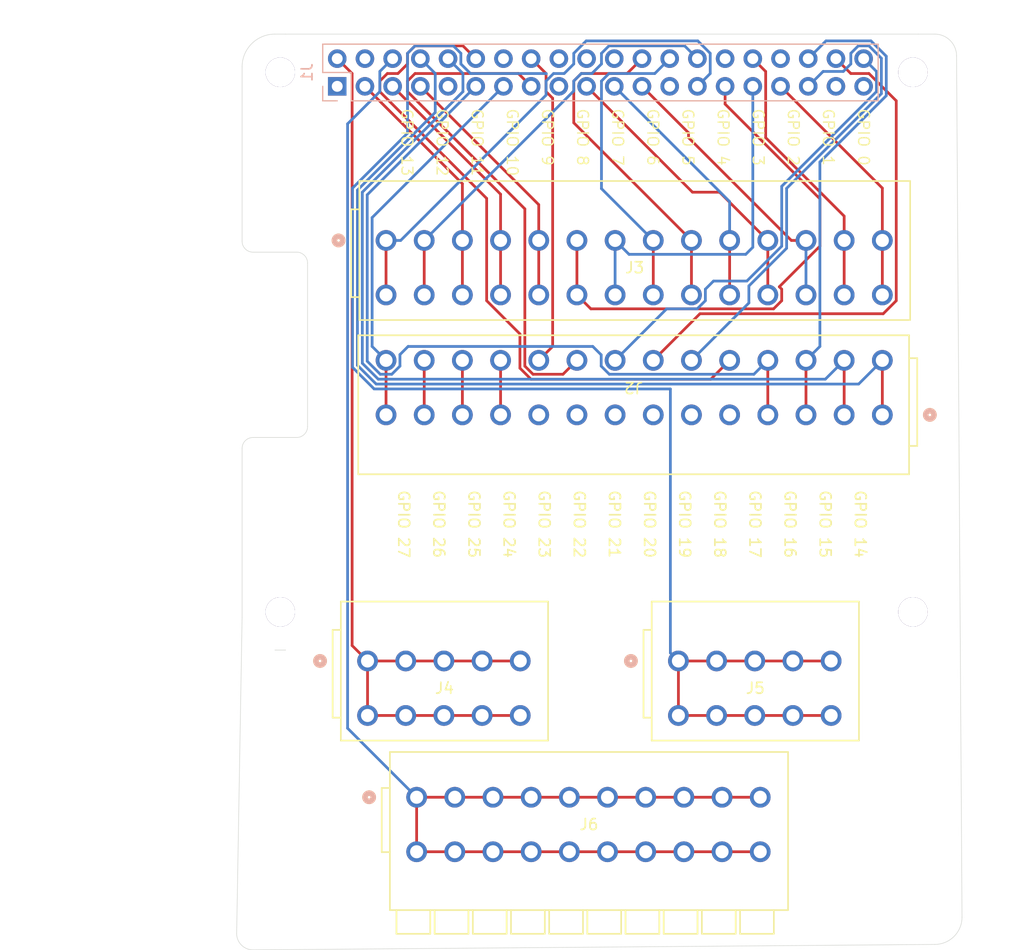
<source format=kicad_pcb>
(kicad_pcb (version 20240108) (generator "pcbnew") (generator_version "8.0")
  (layers (0 "F.Cu" signal) (31 "B.Cu" signal) (34 "B.Paste" user) (35 "F.Paste" user) (36 "B.SilkS" user "B.Silkscreen") (37 "F.SilkS" user "F.Silkscreen") (38 "B.Mask" user) (39 "F.Mask" user) (44 "Edge.Cuts" user))
  (net 0 "")
  (net 1 "Net-(J1-GPIO21{slash}SCLK1)")
  (net 2 "Net-(J1-GPIO22)")
  (net 3 "Net-(J1-GPIO14{slash}TXD)")
  (net 4 "Net-(J1-SCLK0{slash}GPIO11)")
  (net 5 "Net-(J1-MISO0{slash}GPIO9)")
  (net 6 "Net-(J1-~{CE1}{slash}GPIO7)")
  (net 7 "Net-(J1-MOSI0{slash}GPIO10)")
  (net 8 "Net-(J1-ID_SC{slash}GPIO1)")
  (net 9 "Net-(J1-GCLK2{slash}GPIO6)")
  (net 10 "Net-(J1-GPIO27)")
  (net 11 "Net-(J1-GPIO19{slash}MISO1)")
  (net 12 "Net-(J1-PWM0{slash}GPIO12)")
  (net 13 "Net-(J1-GPIO15{slash}RXD)")
  (net 14 "Net-(J1-GPIO26)")
  (net 15 "Net-(J1-GPIO24)")
  (net 16 "Net-(J1-SDA{slash}GPIO2)")
  (net 17 "Net-(J1-~{CE0}{slash}GPIO8)")
  (net 18 "Net-(J1-GCLK0{slash}GPIO4)")
  (net 19 "Net-(J1-SCL{slash}GPIO3)")
  (net 20 "Net-(J1-GPIO16)")
  (net 21 "Net-(J1-GPIO17)")
  (net 22 "Net-(J1-GPIO20{slash}MOSI1)")
  (net 23 "Net-(J1-GPIO25)")
  (net 24 "Net-(J1-ID_SD{slash}GPIO0)")
  (net 25 "Net-(J1-GCLK1{slash}GPIO5)")
  (net 26 "Net-(J1-GPIO18{slash}PWM0)")
  (net 27 "Net-(J1-PWM1{slash}GPIO13)")
  (net 28 "Net-(J1-GPIO23)")
  (net 29 "Net-(J5-1_1)")
  (net 30 "Net-(J4-1_1)")
  (net 31 "Net-(J6-10_1)")
  (footprint "MountingHole:MountingHole_2.7mm_M2.5" (layer "F.Cu") (at 80.5 108.5)
    (property "Reference" "REF**" (hide yes))
    (property "Value" "MountingHole_2.7mm_M2.5")
    (pad "1" thru_hole circle (at 0 0) (size 2.7 2.7) (drill 2.7) (layers "*.Cu" "*.Mask"))
  )
  (footprint "MountingHole:MountingHole_2.7mm_M2.5" (layer "F.Cu") (at 138.5 108.5)
    (property "Reference" "REF**" (hide yes))
    (property "Value" "MountingHole_2.7mm_M2.5")
    (pad "1" thru_hole circle (at 0 0) (size 2.7 2.7) (drill 2.7) (layers "*.Cu" "*.Mask"))
  )
  (footprint "MountingHole:MountingHole_2.7mm_M2.5" (layer "F.Cu") (at 138.5 59)
    (property "Reference" "REF**" (hide yes))
    (property "Value" "MountingHole_2.7mm_M2.5")
    (pad "1" thru_hole circle (at 0 0) (size 2.7 2.7) (drill 2.7) (layers "*.Cu" "*.Mask"))
  )
  (footprint "wago_terms:CONN10_2601-1110_WAG" (layer "F.Cu") (at 92.999991 125.5)
    (property "Reference" "J6" (at 15.800005 2.5 0) (layer "F.SilkS"))
    (property "Value" "2601-1110")
    (fp_circle (center -4.354998 0) (end -3.973998 0) (stroke (width 0.508)) (fill none) (layer "B.SilkS"))
    (fp_line (start -3.199998 5.034001) (end -3.199998 -0.849998) (stroke (width 0.1524)) (layer "F.SilkS"))
    (fp_line (start -2.449998 -4.149999) (end 34.050007 -4.149999) (stroke (width 0.1524)) (layer "F.SilkS"))
    (fp_line (start -2.449998 10.349999) (end -2.449998 -4.149999) (stroke (width 0.1524)) (layer "F.SilkS"))
    (fp_line (start -2.449998 10.349999) (end 34.050007 10.349999) (stroke (width 0.1524)) (layer "F.SilkS"))
    (fp_line (start -2.449997 -0.849998) (end -3.199998 -0.849998) (stroke (width 0.1524)) (layer "F.SilkS"))
    (fp_line (start -2.449997 5.034001) (end -3.199998 5.034001) (stroke (width 0.1524)) (layer "F.SilkS"))
    (fp_line (start -1.849998 10.35) (end -1.849998 12.524999) (stroke (width 0.1524)) (layer "F.SilkS"))
    (fp_line (start -1.849998 12.524999) (end 1.250001 12.524999) (stroke (width 0.1524)) (layer "F.SilkS"))
    (fp_line (start 1.250001 10.35) (end 1.250001 12.524999) (stroke (width 0.1524)) (layer "F.SilkS"))
    (fp_line (start 1.650002 10.35) (end 1.650002 12.524999) (stroke (width 0.1524)) (layer "F.SilkS"))
    (fp_line (start 1.650002 12.524999) (end 4.750001 12.524999) (stroke (width 0.1524)) (layer "F.SilkS"))
    (fp_line (start 4.750001 10.35) (end 4.750001 12.524999) (stroke (width 0.1524)) (layer "F.SilkS"))
    (fp_line (start 5.150003 10.35) (end 5.150003 12.524999) (stroke (width 0.1524)) (layer "F.SilkS"))
    (fp_line (start 5.150003 12.524999) (end 8.250002 12.524999) (stroke (width 0.1524)) (layer "F.SilkS"))
    (fp_line (start 8.250002 10.35) (end 8.250002 12.524999) (stroke (width 0.1524)) (layer "F.SilkS"))
    (fp_line (start 8.650004 10.35) (end 8.650004 12.524999) (stroke (width 0.1524)) (layer "F.SilkS"))
    (fp_line (start 8.650004 12.524999) (end 11.750003 12.524999) (stroke (width 0.1524)) (layer "F.SilkS"))
    (fp_line (start 11.750003 10.35) (end 11.750003 12.524999) (stroke (width 0.1524)) (layer "F.SilkS"))
    (fp_line (start 12.150004 10.35) (end 12.150004 12.524999) (stroke (width 0.1524)) (layer "F.SilkS"))
    (fp_line (start 12.150004 12.524999) (end 15.250003 12.524999) (stroke (width 0.1524)) (layer "F.SilkS"))
    (fp_line (start 15.250003 10.35) (end 15.250003 12.524999) (stroke (width 0.1524)) (layer "F.SilkS"))
    (fp_line (start 15.650005 10.35) (end 15.650005 12.524999) (stroke (width 0.1524)) (layer "F.SilkS"))
    (fp_line (start 15.650005 12.524999) (end 18.750004 12.524999) (stroke (width 0.1524)) (layer "F.SilkS"))
    (fp_line (start 18.750004 10.35) (end 18.750004 12.524999) (stroke (width 0.1524)) (layer "F.SilkS"))
    (fp_line (start 19.150005 10.35) (end 19.150005 12.524999) (stroke (width 0.1524)) (layer "F.SilkS"))
    (fp_line (start 19.150005 12.524999) (end 22.250004 12.524999) (stroke (width 0.1524)) (layer "F.SilkS"))
    (fp_line (start 22.250004 10.35) (end 22.250004 12.524999) (stroke (width 0.1524)) (layer "F.SilkS"))
    (fp_line (start 22.650006 10.35) (end 22.650006 12.524999) (stroke (width 0.1524)) (layer "F.SilkS"))
    (fp_line (start 22.650006 12.524999) (end 25.750005 12.524999) (stroke (width 0.1524)) (layer "F.SilkS"))
    (fp_line (start 25.750005 10.35) (end 25.750005 12.524999) (stroke (width 0.1524)) (layer "F.SilkS"))
    (fp_line (start 26.150007 10.35) (end 26.150007 12.524999) (stroke (width 0.1524)) (layer "F.SilkS"))
    (fp_line (start 26.150007 12.524999) (end 29.250006 12.524999) (stroke (width 0.1524)) (layer "F.SilkS"))
    (fp_line (start 29.250006 10.35) (end 29.250006 12.524999) (stroke (width 0.1524)) (layer "F.SilkS"))
    (fp_line (start 29.650007 10.35) (end 29.650007 12.524999) (stroke (width 0.1524)) (layer "F.SilkS"))
    (fp_line (start 29.650007 12.524999) (end 32.750006 12.524999) (stroke (width 0.1524)) (layer "F.SilkS"))
    (fp_line (start 32.750009 10.35) (end 32.750009 12.524999) (stroke (width 0.1524)) (layer "F.SilkS"))
    (fp_line (start 34.050007 -4.149999) (end 34.050007 10.349999) (stroke (width 0.1524)) (layer "F.SilkS"))
    (fp_circle (center -4.354998 0) (end -3.973998 0) (stroke (width 0.508)) (fill none) (layer "F.SilkS"))
    (pad "1" thru_hole circle (at 0 0) (size 1.9 1.9) (drill 1.2) (layers "*.Cu" "*.Mask") (net 31 "Net-(J6-10_1)"))
    (pad "2" thru_hole circle (at 0 5) (size 1.9 1.9) (drill 1.2) (layers "*.Cu" "*.Mask") (net 31 "Net-(J6-10_1)"))
    (pad "3" thru_hole circle (at 3.500001 0) (size 1.9 1.9) (drill 1.2) (layers "*.Cu" "*.Mask") (net 31 "Net-(J6-10_1)"))
    (pad "4" thru_hole circle (at 3.500001 5) (size 1.9 1.9) (drill 1.2) (layers "*.Cu" "*.Mask") (net 31 "Net-(J6-10_1)"))
    (pad "5" thru_hole circle (at 7.000002 0) (size 1.9 1.9) (drill 1.2) (layers "*.Cu" "*.Mask") (net 31 "Net-(J6-10_1)"))
    (pad "6" thru_hole circle (at 7.000002 5) (size 1.9 1.9) (drill 1.2) (layers "*.Cu" "*.Mask") (net 31 "Net-(J6-10_1)"))
    (pad "7" thru_hole circle (at 10.500002 0) (size 1.9 1.9) (drill 1.2) (layers "*.Cu" "*.Mask") (net 31 "Net-(J6-10_1)"))
    (pad "8" thru_hole circle (at 10.500002 5) (size 1.9 1.9) (drill 1.2) (layers "*.Cu" "*.Mask") (net 31 "Net-(J6-10_1)"))
    (pad "9" thru_hole circle (at 14.000006 0) (size 1.9 1.9) (drill 1.2) (layers "*.Cu" "*.Mask") (net 31 "Net-(J6-10_1)"))
    (pad "10" thru_hole circle (at 14.000006 5) (size 1.9 1.9) (drill 1.2) (layers "*.Cu" "*.Mask") (net 31 "Net-(J6-10_1)"))
    (pad "11" thru_hole circle (at 17.500006 0) (size 1.9 1.9) (drill 1.2) (layers "*.Cu" "*.Mask") (net 31 "Net-(J6-10_1)"))
    (pad "12" thru_hole circle (at 17.500006 5) (size 1.9 1.9) (drill 1.2) (layers "*.Cu" "*.Mask") (net 31 "Net-(J6-10_1)"))
    (pad "13" thru_hole circle (at 21.000007 0) (size 1.9 1.9) (drill 1.2) (layers "*.Cu" "*.Mask") (net 31 "Net-(J6-10_1)"))
    (pad "14" thru_hole circle (at 21.000007 5) (size 1.9 1.9) (drill 1.2) (layers "*.Cu" "*.Mask") (net 31 "Net-(J6-10_1)"))
    (pad "15" thru_hole circle (at 24.500007 0) (size 1.9 1.9) (drill 1.2) (layers "*.Cu" "*.Mask") (net 31 "Net-(J6-10_1)"))
    (pad "16" thru_hole circle (at 24.500007 5) (size 1.9 1.9) (drill 1.2) (layers "*.Cu" "*.Mask") (net 31 "Net-(J6-10_1)"))
    (pad "17" thru_hole circle (at 28.000008 0) (size 1.9 1.9) (drill 1.2) (layers "*.Cu" "*.Mask") (net 31 "Net-(J6-10_1)"))
    (pad "18" thru_hole circle (at 28.000008 5) (size 1.9 1.9) (drill 1.2) (layers "*.Cu" "*.Mask") (net 31 "Net-(J6-10_1)"))
    (pad "19" thru_hole circle (at 31.500009 0) (size 1.9 1.9) (drill 1.2) (layers "*.Cu" "*.Mask") (net 31 "Net-(J6-10_1)"))
    (pad "20" thru_hole circle (at 31.500009 5) (size 1.9 1.9) (drill 1.2) (layers "*.Cu" "*.Mask") (net 31 "Net-(J6-10_1)"))
  )
  (footprint "wago_terms:CONN14_2601-3114_WAG" (layer "F.Cu") (at 90.195094 74.425001)
    (property "Reference" "J3" (at 22.800002 2.5 0) (layer "F.SilkS"))
    (property "Value" "2601-3114")
    (fp_circle (center -4.354998 0) (end -3.973998 0) (stroke (width 0.508)) (fill none) (layer "B.SilkS"))
    (fp_line (start -3.199997 5.2) (end -3.199997 -2.849999) (stroke (width 0.1524)) (layer "F.SilkS"))
    (fp_line (start -2.449996 -5.449999) (end 48.050002 -5.449999) (stroke (width 0.1524)) (layer "F.SilkS"))
    (fp_line (start -2.449996 -2.849999) (end -3.199997 -2.849999) (stroke (width 0.1524)) (layer "F.SilkS"))
    (fp_line (start -2.449996 5.2) (end -3.199997 5.2) (stroke (width 0.1524)) (layer "F.SilkS"))
    (fp_line (start -2.449996 7.300001) (end -2.449996 -5.449999) (stroke (width 0.1524)) (layer "F.SilkS"))
    (fp_line (start -2.449996 7.300001) (end 48.050002 7.300001) (stroke (width 0.1524)) (layer "F.SilkS"))
    (fp_line (start 48.050002 -5.449999) (end 48.050002 7.300001) (stroke (width 0.1524)) (layer "F.SilkS"))
    (fp_circle (center -4.354998 0) (end -3.973998 0) (stroke (width 0.508)) (fill none) (layer "F.SilkS"))
    (pad "1" thru_hole circle (at 0 0) (size 1.9 1.9) (drill 1.2) (layers "*.Cu" "*.Mask") (net 24 "Net-(J1-ID_SD{slash}GPIO0)"))
    (pad "2" thru_hole circle (at 0 5) (size 1.9 1.9) (drill 1.2) (layers "*.Cu" "*.Mask") (net 24 "Net-(J1-ID_SD{slash}GPIO0)"))
    (pad "3" thru_hole circle (at 3.5 0) (size 1.9 1.9) (drill 1.2) (layers "*.Cu" "*.Mask") (net 8 "Net-(J1-ID_SC{slash}GPIO1)"))
    (pad "4" thru_hole circle (at 3.5 5) (size 1.9 1.9) (drill 1.2) (layers "*.Cu" "*.Mask") (net 8 "Net-(J1-ID_SC{slash}GPIO1)"))
    (pad "5" thru_hole circle (at 7.000001 0) (size 1.9 1.9) (drill 1.2) (layers "*.Cu" "*.Mask") (net 16 "Net-(J1-SDA{slash}GPIO2)"))
    (pad "6" thru_hole circle (at 7.000001 5) (size 1.9 1.9) (drill 1.2) (layers "*.Cu" "*.Mask") (net 16 "Net-(J1-SDA{slash}GPIO2)"))
    (pad "7" thru_hole circle (at 10.500001 0) (size 1.9 1.9) (drill 1.2) (layers "*.Cu" "*.Mask") (net 19 "Net-(J1-SCL{slash}GPIO3)"))
    (pad "8" thru_hole circle (at 10.500001 5) (size 1.9 1.9) (drill 1.2) (layers "*.Cu" "*.Mask") (net 19 "Net-(J1-SCL{slash}GPIO3)"))
    (pad "9" thru_hole circle (at 14.000002 0) (size 1.9 1.9) (drill 1.2) (layers "*.Cu" "*.Mask") (net 18 "Net-(J1-GCLK0{slash}GPIO4)"))
    (pad "10" thru_hole circle (at 14.000002 5) (size 1.9 1.9) (drill 1.2) (layers "*.Cu" "*.Mask") (net 18 "Net-(J1-GCLK0{slash}GPIO4)"))
    (pad "11" thru_hole circle (at 17.500003 0) (size 1.9 1.9) (drill 1.2) (layers "*.Cu" "*.Mask") (net 25 "Net-(J1-GCLK1{slash}GPIO5)"))
    (pad "12" thru_hole circle (at 17.500003 5) (size 1.9 1.9) (drill 1.2) (layers "*.Cu" "*.Mask") (net 25 "Net-(J1-GCLK1{slash}GPIO5)"))
    (pad "13" thru_hole circle (at 21.000003 0) (size 1.9 1.9) (drill 1.2) (layers "*.Cu" "*.Mask") (net 9 "Net-(J1-GCLK2{slash}GPIO6)"))
    (pad "14" thru_hole circle (at 21.000003 5) (size 1.9 1.9) (drill 1.2) (layers "*.Cu" "*.Mask") (net 9 "Net-(J1-GCLK2{slash}GPIO6)"))
    (pad "15" thru_hole circle (at 24.500004 0) (size 1.9 1.9) (drill 1.2) (layers "*.Cu" "*.Mask") (net 6 "Net-(J1-~{CE1}{slash}GPIO7)"))
    (pad "16" thru_hole circle (at 24.500004 5) (size 1.9 1.9) (drill 1.2) (layers "*.Cu" "*.Mask") (net 6 "Net-(J1-~{CE1}{slash}GPIO7)"))
    (pad "17" thru_hole circle (at 28.000004 0) (size 1.9 1.9) (drill 1.2) (layers "*.Cu" "*.Mask") (net 17 "Net-(J1-~{CE0}{slash}GPIO8)"))
    (pad "18" thru_hole circle (at 28.000004 5) (size 1.9 1.9) (drill 1.2) (layers "*.Cu" "*.Mask") (net 17 "Net-(J1-~{CE0}{slash}GPIO8)"))
    (pad "19" thru_hole circle (at 31.500005 0) (size 1.9 1.9) (drill 1.2) (layers "*.Cu" "*.Mask") (net 5 "Net-(J1-MISO0{slash}GPIO9)"))
    (pad "20" thru_hole circle (at 31.500005 5) (size 1.9 1.9) (drill 1.2) (layers "*.Cu" "*.Mask") (net 5 "Net-(J1-MISO0{slash}GPIO9)"))
    (pad "21" thru_hole circle (at 35.000006 0) (size 1.9 1.9) (drill 1.2) (layers "*.Cu" "*.Mask") (net 7 "Net-(J1-MOSI0{slash}GPIO10)"))
    (pad "22" thru_hole circle (at 35.000006 5) (size 1.9 1.9) (drill 1.2) (layers "*.Cu" "*.Mask") (net 7 "Net-(J1-MOSI0{slash}GPIO10)"))
    (pad "23" thru_hole circle (at 38.500006 0) (size 1.9 1.9) (drill 1.2) (layers "*.Cu" "*.Mask") (net 4 "Net-(J1-SCLK0{slash}GPIO11)"))
    (pad "24" thru_hole circle (at 38.500006 5) (size 1.9 1.9) (drill 1.2) (layers "*.Cu" "*.Mask") (net 4 "Net-(J1-SCLK0{slash}GPIO11)"))
    (pad "25" thru_hole circle (at 42.000007 0) (size 1.9 1.9) (drill 1.2) (layers "*.Cu" "*.Mask") (net 12 "Net-(J1-PWM0{slash}GPIO12)"))
    (pad "26" thru_hole circle (at 42.000007 5) (size 1.9 1.9) (drill 1.2) (layers "*.Cu" "*.Mask") (net 12 "Net-(J1-PWM0{slash}GPIO12)"))
    (pad "27" thru_hole circle (at 45.500008 0) (size 1.9 1.9) (drill 1.2) (layers "*.Cu" "*.Mask") (net 27 "Net-(J1-PWM1{slash}GPIO13)"))
    (pad "28" thru_hole circle (at 45.500008 5) (size 1.9 1.9) (drill 1.2) (layers "*.Cu" "*.Mask") (net 27 "Net-(J1-PWM1{slash}GPIO13)"))
  )
  (footprint "wago_terms:CONN5_2601-3105_WAG" (layer "F.Cu") (at 116.999998 113)
    (property "Reference" "J5" (at 7.050001 2.5 0) (layer "F.SilkS"))
    (property "Value" "3V_Connect")
    (fp_circle (center -4.354999 0) (end -3.973999 0) (stroke (width 0.508)) (fill none) (layer "B.SilkS"))
    (fp_line (start -3.199998 5.2) (end -3.199998 -2.849999) (stroke (width 0.1524)) (layer "F.SilkS"))
    (fp_line (start -2.449999 -5.449999) (end 16.55 -5.449999) (stroke (width 0.1524)) (layer "F.SilkS"))
    (fp_line (start -2.449999 7.300001) (end -2.449999 -5.449999) (stroke (width 0.1524)) (layer "F.SilkS"))
    (fp_line (start -2.449999 7.300001) (end 16.55 7.300001) (stroke (width 0.1524)) (layer "F.SilkS"))
    (fp_line (start -2.449997 -2.849999) (end -3.199998 -2.849999) (stroke (width 0.1524)) (layer "F.SilkS"))
    (fp_line (start -2.449997 5.2) (end -3.199998 5.2) (stroke (width 0.1524)) (layer "F.SilkS"))
    (fp_line (start 16.55 -5.449999) (end 16.55 7.300001) (stroke (width 0.1524)) (layer "F.SilkS"))
    (fp_circle (center -4.354999 0) (end -3.973999 0) (stroke (width 0.508)) (fill none) (layer "F.SilkS"))
    (pad "1" thru_hole circle (at 0 0) (size 1.9 1.9) (drill 1.2) (layers "*.Cu" "*.Mask") (net 29 "Net-(J5-1_1)"))
    (pad "2" thru_hole circle (at 0 5) (size 1.9 1.9) (drill 1.2) (layers "*.Cu" "*.Mask") (net 29 "Net-(J5-1_1)"))
    (pad "3" thru_hole circle (at 3.500001 0) (size 1.9 1.9) (drill 1.2) (layers "*.Cu" "*.Mask") (net 29 "Net-(J5-1_1)"))
    (pad "4" thru_hole circle (at 3.500001 5) (size 1.9 1.9) (drill 1.2) (layers "*.Cu" "*.Mask") (net 29 "Net-(J5-1_1)"))
    (pad "5" thru_hole circle (at 7.000002 0) (size 1.9 1.9) (drill 1.2) (layers "*.Cu" "*.Mask") (net 29 "Net-(J5-1_1)"))
    (pad "6" thru_hole circle (at 7.000002 5) (size 1.9 1.9) (drill 1.2) (layers "*.Cu" "*.Mask") (net 29 "Net-(J5-1_1)"))
    (pad "7" thru_hole circle (at 10.500002 0) (size 1.9 1.9) (drill 1.2) (layers "*.Cu" "*.Mask") (net 29 "Net-(J5-1_1)"))
    (pad "8" thru_hole circle (at 10.500002 5) (size 1.9 1.9) (drill 1.2) (layers "*.Cu" "*.Mask") (net 29 "Net-(J5-1_1)"))
    (pad "9" thru_hole circle (at 14.000003 0) (size 1.9 1.9) (drill 1.2) (layers "*.Cu" "*.Mask") (net 29 "Net-(J5-1_1)"))
    (pad "10" thru_hole circle (at 14.000003 5) (size 1.9 1.9) (drill 1.2) (layers "*.Cu" "*.Mask") (net 29 "Net-(J5-1_1)"))
  )
  (footprint "wago_terms:CONN5_2601-3105_WAG" (layer "F.Cu") (at 88.499998 113)
    (property "Reference" "J4" (at 7.050001 2.5 0) (layer "F.SilkS"))
    (property "Value" "5V_Connect")
    (fp_circle (center -4.354999 0) (end -3.973999 0) (stroke (width 0.508)) (fill none) (layer "B.SilkS"))
    (fp_line (start -3.199998 5.2) (end -3.199998 -2.849999) (stroke (width 0.1524)) (layer "F.SilkS"))
    (fp_line (start -2.449999 -5.449999) (end 16.55 -5.449999) (stroke (width 0.1524)) (layer "F.SilkS"))
    (fp_line (start -2.449999 7.300001) (end -2.449999 -5.449999) (stroke (width 0.1524)) (layer "F.SilkS"))
    (fp_line (start -2.449999 7.300001) (end 16.55 7.300001) (stroke (width 0.1524)) (layer "F.SilkS"))
    (fp_line (start -2.449997 -2.849999) (end -3.199998 -2.849999) (stroke (width 0.1524)) (layer "F.SilkS"))
    (fp_line (start -2.449997 5.2) (end -3.199998 5.2) (stroke (width 0.1524)) (layer "F.SilkS"))
    (fp_line (start 16.55 -5.449999) (end 16.55 7.300001) (stroke (width 0.1524)) (layer "F.SilkS"))
    (fp_circle (center -4.354999 0) (end -3.973999 0) (stroke (width 0.508)) (fill none) (layer "F.SilkS"))
    (pad "1" thru_hole circle (at 0 0) (size 1.9 1.9) (drill 1.2) (layers "*.Cu" "*.Mask") (net 30 "Net-(J4-1_1)"))
    (pad "2" thru_hole circle (at 0 5) (size 1.9 1.9) (drill 1.2) (layers "*.Cu" "*.Mask") (net 30 "Net-(J4-1_1)"))
    (pad "3" thru_hole circle (at 3.500001 0) (size 1.9 1.9) (drill 1.2) (layers "*.Cu" "*.Mask") (net 30 "Net-(J4-1_1)"))
    (pad "4" thru_hole circle (at 3.500001 5) (size 1.9 1.9) (drill 1.2) (layers "*.Cu" "*.Mask") (net 30 "Net-(J4-1_1)"))
    (pad "5" thru_hole circle (at 7.000002 0) (size 1.9 1.9) (drill 1.2) (layers "*.Cu" "*.Mask") (net 30 "Net-(J4-1_1)"))
    (pad "6" thru_hole circle (at 7.000002 5) (size 1.9 1.9) (drill 1.2) (layers "*.Cu" "*.Mask") (net 30 "Net-(J4-1_1)"))
    (pad "7" thru_hole circle (at 10.500002 0) (size 1.9 1.9) (drill 1.2) (layers "*.Cu" "*.Mask") (net 30 "Net-(J4-1_1)"))
    (pad "8" thru_hole circle (at 10.500002 5) (size 1.9 1.9) (drill 1.2) (layers "*.Cu" "*.Mask") (net 30 "Net-(J4-1_1)"))
    (pad "9" thru_hole circle (at 14.000003 0) (size 1.9 1.9) (drill 1.2) (layers "*.Cu" "*.Mask") (net 30 "Net-(J4-1_1)"))
    (pad "10" thru_hole circle (at 14.000003 5) (size 1.9 1.9) (drill 1.2) (layers "*.Cu" "*.Mask") (net 30 "Net-(J4-1_1)"))
  )
  (footprint "wago_terms:CONN14_2601-3114_WAG" (layer "F.Cu") (at 135.695102 90.425001 180)
    (property "Reference" "J2" (at 22.800002 2.5 180) (layer "F.SilkS"))
    (property "Value" "2601-3114")
    (fp_circle (center -4.354998 0) (end -3.973998 0) (stroke (width 0.508)) (fill none) (layer "B.SilkS"))
    (fp_line (start 48.050002 -5.449999) (end 48.050002 7.300001) (stroke (width 0.1524)) (layer "F.SilkS"))
    (fp_line (start -2.449996 7.300001) (end 48.050002 7.300001) (stroke (width 0.1524)) (layer "F.SilkS"))
    (fp_line (start -2.449996 7.300001) (end -2.449996 -5.449999) (stroke (width 0.1524)) (layer "F.SilkS"))
    (fp_line (start -2.449996 5.2) (end -3.199997 5.2) (stroke (width 0.1524)) (layer "F.SilkS"))
    (fp_line (start -2.449996 -2.849999) (end -3.199997 -2.849999) (stroke (width 0.1524)) (layer "F.SilkS"))
    (fp_line (start -2.449996 -5.449999) (end 48.050002 -5.449999) (stroke (width 0.1524)) (layer "F.SilkS"))
    (fp_line (start -3.199997 5.2) (end -3.199997 -2.849999) (stroke (width 0.1524)) (layer "F.SilkS"))
    (fp_circle (center -4.354998 0) (end -3.973998 0) (stroke (width 0.508)) (fill none) (layer "F.SilkS"))
    (pad "1" thru_hole circle (at 0 0 180) (size 1.9 1.9) (drill 1.2) (layers "*.Cu" "*.Mask") (net 3 "Net-(J1-GPIO14{slash}TXD)"))
    (pad "2" thru_hole circle (at 0 5 180) (size 1.9 1.9) (drill 1.2) (layers "*.Cu" "*.Mask") (net 3 "Net-(J1-GPIO14{slash}TXD)"))
    (pad "3" thru_hole circle (at 3.5 0 180) (size 1.9 1.9) (drill 1.2) (layers "*.Cu" "*.Mask") (net 13 "Net-(J1-GPIO15{slash}RXD)"))
    (pad "4" thru_hole circle (at 3.5 5 180) (size 1.9 1.9) (drill 1.2) (layers "*.Cu" "*.Mask") (net 13 "Net-(J1-GPIO15{slash}RXD)"))
    (pad "5" thru_hole circle (at 7.000001 0 180) (size 1.9 1.9) (drill 1.2) (layers "*.Cu" "*.Mask") (net 20 "Net-(J1-GPIO16)"))
    (pad "6" thru_hole circle (at 7.000001 5 180) (size 1.9 1.9) (drill 1.2) (layers "*.Cu" "*.Mask") (net 20 "Net-(J1-GPIO16)"))
    (pad "7" thru_hole circle (at 10.500001 0 180) (size 1.9 1.9) (drill 1.2) (layers "*.Cu" "*.Mask") (net 21 "Net-(J1-GPIO17)"))
    (pad "8" thru_hole circle (at 10.500001 5 180) (size 1.9 1.9) (drill 1.2) (layers "*.Cu" "*.Mask") (net 21 "Net-(J1-GPIO17)"))
    (pad "9" thru_hole circle (at 14.000002 0 180) (size 1.9 1.9) (drill 1.2) (layers "*.Cu" "*.Mask") (net 26 "Net-(J1-GPIO18{slash}PWM0)"))
    (pad "10" thru_hole circle (at 14.000002 5 180) (size 1.9 1.9) (drill 1.2) (layers "*.Cu" "*.Mask") (net 26 "Net-(J1-GPIO18{slash}PWM0)"))
    (pad "11" thru_hole circle (at 17.500003 0 180) (size 1.9 1.9) (drill 1.2) (layers "*.Cu" "*.Mask") (net 11 "Net-(J1-GPIO19{slash}MISO1)"))
    (pad "12" thru_hole circle (at 17.500003 5 180) (size 1.9 1.9) (drill 1.2) (layers "*.Cu" "*.Mask") (net 11 "Net-(J1-GPIO19{slash}MISO1)"))
    (pad "13" thru_hole circle (at 21.000003 0 180) (size 1.9 1.9) (drill 1.2) (layers "*.Cu" "*.Mask") (net 22 "Net-(J1-GPIO20{slash}MOSI1)"))
    (pad "14" thru_hole circle (at 21.000003 5 180) (size 1.9 1.9) (drill 1.2) (layers "*.Cu" "*.Mask") (net 22 "Net-(J1-GPIO20{slash}MOSI1)"))
    (pad "15" thru_hole circle (at 24.500004 0 180) (size 1.9 1.9) (drill 1.2) (layers "*.Cu" "*.Mask") (net 1 "Net-(J1-GPIO21{slash}SCLK1)"))
    (pad "16" thru_hole circle (at 24.500004 5 180) (size 1.9 1.9) (drill 1.2) (layers "*.Cu" "*.Mask") (net 1 "Net-(J1-GPIO21{slash}SCLK1)"))
    (pad "17" thru_hole circle (at 28.000004 0 180) (size 1.9 1.9) (drill 1.2) (layers "*.Cu" "*.Mask") (net 2 "Net-(J1-GPIO22)"))
    (pad "18" thru_hole circle (at 28.000004 5 180) (size 1.9 1.9) (drill 1.2) (layers "*.Cu" "*.Mask") (net 2 "Net-(J1-GPIO22)"))
    (pad "19" thru_hole circle (at 31.500005 0 180) (size 1.9 1.9) (drill 1.2) (layers "*.Cu" "*.Mask") (net 28 "Net-(J1-GPIO23)"))
    (pad "20" thru_hole circle (at 31.500005 5 180) (size 1.9 1.9) (drill 1.2) (layers "*.Cu" "*.Mask") (net 28 "Net-(J1-GPIO23)"))
    (pad "21" thru_hole circle (at 35.000006 0 180) (size 1.9 1.9) (drill 1.2) (layers "*.Cu" "*.Mask") (net 15 "Net-(J1-GPIO24)"))
    (pad "22" thru_hole circle (at 35.000006 5 180) (size 1.9 1.9) (drill 1.2) (layers "*.Cu" "*.Mask") (net 15 "Net-(J1-GPIO24)"))
    (pad "23" thru_hole circle (at 38.500006 0 180) (size 1.9 1.9) (drill 1.2) (layers "*.Cu" "*.Mask") (net 23 "Net-(J1-GPIO25)"))
    (pad "24" thru_hole circle (at 38.500006 5 180) (size 1.9 1.9) (drill 1.2) (layers "*.Cu" "*.Mask") (net 23 "Net-(J1-GPIO25)"))
    (pad "25" thru_hole circle (at 42.000007 0 180) (size 1.9 1.9) (drill 1.2) (layers "*.Cu" "*.Mask") (net 14 "Net-(J1-GPIO26)"))
    (pad "26" thru_hole circle (at 42.000007 5 180) (size 1.9 1.9) (drill 1.2) (layers "*.Cu" "*.Mask") (net 14 "Net-(J1-GPIO26)"))
    (pad "27" thru_hole circle (at 45.500008 0 180) (size 1.9 1.9) (drill 1.2) (layers "*.Cu" "*.Mask") (net 10 "Net-(J1-GPIO27)"))
    (pad "28" thru_hole circle (at 45.500008 5 180) (size 1.9 1.9) (drill 1.2) (layers "*.Cu" "*.Mask") (net 10 "Net-(J1-GPIO27)"))
  )
  (footprint "MountingHole:MountingHole_2.7mm_M2.5" (layer "F.Cu") (at 80.5 59)
    (property "Reference" "REF**" (hide yes))
    (property "Value" "MountingHole_2.7mm_M2.5")
    (pad "1" thru_hole circle (at 0 0) (size 2.7 2.7) (drill 2.7) (layers "*.Cu" "*.Mask"))
  )
  (footprint "Connector_PinSocket_2.54mm:PinSocket_2x20_P2.54mm_Vertical" (layer "B.Cu") (at 85.72 60.29 -90)
    (property "Reference" "J1" (at -1.27 2.77 90) (layer "B.SilkS") (effects (justify mirror)))
    (property "Value" "Raspberry_Pi_2_3")
    (fp_line (start -1.27 1.33) (end -3.87 1.33) (stroke (width 0.12)) (layer "B.SilkS"))
    (fp_line (start 1.33 1.33) (end 0 1.33) (stroke (width 0.12)) (layer "B.SilkS"))
    (fp_line (start 1.33 0) (end 1.33 1.33) (stroke (width 0.12)) (layer "B.SilkS"))
    (fp_line (start -1.27 -1.27) (end -1.27 1.33) (stroke (width 0.12)) (layer "B.SilkS"))
    (fp_line (start 1.33 -1.27) (end -1.27 -1.27) (stroke (width 0.12)) (layer "B.SilkS"))
    (fp_line (start -3.87 -49.59) (end -3.87 1.33) (stroke (width 0.12)) (layer "B.SilkS"))
    (fp_line (start 1.33 -49.59) (end 1.33 -1.27) (stroke (width 0.12)) (layer "B.SilkS"))
    (fp_line (start 1.33 -49.59) (end -3.87 -49.59) (stroke (width 0.12)) (layer "B.SilkS"))
    (pad "1" thru_hole rect (at 0 0 270) (size 1.7 1.7) (drill 1) (layers "*.Cu" "*.Mask") (net 29 "Net-(J5-1_1)"))
    (pad "2" thru_hole oval (at -2.54 0 270) (size 1.7 1.7) (drill 1) (layers "*.Cu" "*.Mask") (net 30 "Net-(J4-1_1)"))
    (pad "3" thru_hole oval (at 0 -2.54 270) (size 1.7 1.7) (drill 1) (layers "*.Cu" "*.Mask") (net 16 "Net-(J1-SDA{slash}GPIO2)"))
    (pad "4" thru_hole oval (at -2.54 -2.54 270) (size 1.7 1.7) (drill 1) (layers "*.Cu" "*.Mask") (net 30 "Net-(J4-1_1)"))
    (pad "5" thru_hole oval (at 0 -5.08 270) (size 1.7 1.7) (drill 1) (layers "*.Cu" "*.Mask") (net 19 "Net-(J1-SCL{slash}GPIO3)"))
    (pad "6" thru_hole oval (at -2.54 -5.08 270) (size 1.7 1.7) (drill 1) (layers "*.Cu" "*.Mask") (net 31 "Net-(J6-10_1)"))
    (pad "7" thru_hole oval (at 0 -7.62 270) (size 1.7 1.7) (drill 1) (layers "*.Cu" "*.Mask") (net 18 "Net-(J1-GCLK0{slash}GPIO4)"))
    (pad "8" thru_hole oval (at -2.54 -7.62 270) (size 1.7 1.7) (drill 1) (layers "*.Cu" "*.Mask") (net 3 "Net-(J1-GPIO14{slash}TXD)"))
    (pad "9" thru_hole oval (at 0 -10.16 270) (size 1.7 1.7) (drill 1) (layers "*.Cu" "*.Mask") (net 31 "Net-(J6-10_1)"))
    (pad "10" thru_hole oval (at -2.54 -10.16 270) (size 1.7 1.7) (drill 1) (layers "*.Cu" "*.Mask") (net 13 "Net-(J1-GPIO15{slash}RXD)"))
    (pad "11" thru_hole oval (at 0 -12.7 270) (size 1.7 1.7) (drill 1) (layers "*.Cu" "*.Mask") (net 21 "Net-(J1-GPIO17)"))
    (pad "12" thru_hole oval (at -2.54 -12.7 270) (size 1.7 1.7) (drill 1) (layers "*.Cu" "*.Mask") (net 26 "Net-(J1-GPIO18{slash}PWM0)"))
    (pad "13" thru_hole oval (at 0 -15.24 270) (size 1.7 1.7) (drill 1) (layers "*.Cu" "*.Mask") (net 10 "Net-(J1-GPIO27)"))
    (pad "14" thru_hole oval (at -2.54 -15.24 270) (size 1.7 1.7) (drill 1) (layers "*.Cu" "*.Mask") (net 31 "Net-(J6-10_1)"))
    (pad "15" thru_hole oval (at 0 -17.78 270) (size 1.7 1.7) (drill 1) (layers "*.Cu" "*.Mask") (net 2 "Net-(J1-GPIO22)"))
    (pad "16" thru_hole oval (at -2.54 -17.78 270) (size 1.7 1.7) (drill 1) (layers "*.Cu" "*.Mask") (net 28 "Net-(J1-GPIO23)"))
    (pad "17" thru_hole oval (at 0 -20.32 270) (size 1.7 1.7) (drill 1) (layers "*.Cu" "*.Mask") (net 29 "Net-(J5-1_1)"))
    (pad "18" thru_hole oval (at -2.54 -20.32 270) (size 1.7 1.7) (drill 1) (layers "*.Cu" "*.Mask") (net 15 "Net-(J1-GPIO24)"))
    (pad "19" thru_hole oval (at 0 -22.86 270) (size 1.7 1.7) (drill 1) (layers "*.Cu" "*.Mask") (net 7 "Net-(J1-MOSI0{slash}GPIO10)"))
    (pad "20" thru_hole oval (at -2.54 -22.86 270) (size 1.7 1.7) (drill 1) (layers "*.Cu" "*.Mask") (net 31 "Net-(J6-10_1)"))
    (pad "21" thru_hole oval (at 0 -25.4 270) (size 1.7 1.7) (drill 1) (layers "*.Cu" "*.Mask") (net 5 "Net-(J1-MISO0{slash}GPIO9)"))
    (pad "22" thru_hole oval (at -2.54 -25.4 270) (size 1.7 1.7) (drill 1) (layers "*.Cu" "*.Mask") (net 23 "Net-(J1-GPIO25)"))
    (pad "23" thru_hole oval (at 0 -27.94 270) (size 1.7 1.7) (drill 1) (layers "*.Cu" "*.Mask") (net 4 "Net-(J1-SCLK0{slash}GPIO11)"))
    (pad "24" thru_hole oval (at -2.54 -27.94 270) (size 1.7 1.7) (drill 1) (layers "*.Cu" "*.Mask") (net 17 "Net-(J1-~{CE0}{slash}GPIO8)"))
    (pad "25" thru_hole oval (at 0 -30.48 270) (size 1.7 1.7) (drill 1) (layers "*.Cu" "*.Mask") (net 31 "Net-(J6-10_1)"))
    (pad "26" thru_hole oval (at -2.54 -30.48 270) (size 1.7 1.7) (drill 1) (layers "*.Cu" "*.Mask") (net 6 "Net-(J1-~{CE1}{slash}GPIO7)"))
    (pad "27" thru_hole oval (at 0 -33.02 270) (size 1.7 1.7) (drill 1) (layers "*.Cu" "*.Mask") (net 24 "Net-(J1-ID_SD{slash}GPIO0)"))
    (pad "28" thru_hole oval (at -2.54 -33.02 270) (size 1.7 1.7) (drill 1) (layers "*.Cu" "*.Mask") (net 8 "Net-(J1-ID_SC{slash}GPIO1)"))
    (pad "29" thru_hole oval (at 0 -35.56 270) (size 1.7 1.7) (drill 1) (layers "*.Cu" "*.Mask") (net 25 "Net-(J1-GCLK1{slash}GPIO5)"))
    (pad "30" thru_hole oval (at -2.54 -35.56 270) (size 1.7 1.7) (drill 1) (layers "*.Cu" "*.Mask") (net 31 "Net-(J6-10_1)"))
    (pad "31" thru_hole oval (at 0 -38.1 270) (size 1.7 1.7) (drill 1) (layers "*.Cu" "*.Mask") (net 9 "Net-(J1-GCLK2{slash}GPIO6)"))
    (pad "32" thru_hole oval (at -2.54 -38.1 270) (size 1.7 1.7) (drill 1) (layers "*.Cu" "*.Mask") (net 12 "Net-(J1-PWM0{slash}GPIO12)"))
    (pad "33" thru_hole oval (at 0 -40.64 270) (size 1.7 1.7) (drill 1) (layers "*.Cu" "*.Mask") (net 27 "Net-(J1-PWM1{slash}GPIO13)"))
    (pad "34" thru_hole oval (at -2.54 -40.64 270) (size 1.7 1.7) (drill 1) (layers "*.Cu" "*.Mask") (net 31 "Net-(J6-10_1)"))
    (pad "35" thru_hole oval (at 0 -43.18 270) (size 1.7 1.7) (drill 1) (layers "*.Cu" "*.Mask") (net 11 "Net-(J1-GPIO19{slash}MISO1)"))
    (pad "36" thru_hole oval (at -2.54 -43.18 270) (size 1.7 1.7) (drill 1) (layers "*.Cu" "*.Mask") (net 20 "Net-(J1-GPIO16)"))
    (pad "37" thru_hole oval (at 0 -45.72 270) (size 1.7 1.7) (drill 1) (layers "*.Cu" "*.Mask") (net 14 "Net-(J1-GPIO26)"))
    (pad "38" thru_hole oval (at -2.54 -45.72 270) (size 1.7 1.7) (drill 1) (layers "*.Cu" "*.Mask") (net 22 "Net-(J1-GPIO20{slash}MOSI1)"))
    (pad "39" thru_hole oval (at 0 -48.26 270) (size 1.7 1.7) (drill 1) (layers "*.Cu" "*.Mask") (net 31 "Net-(J6-10_1)"))
    (pad "40" thru_hole oval (at -2.54 -48.26 270) (size 1.7 1.7) (drill 1) (layers "*.Cu" "*.Mask") (net 1 "Net-(J1-GPIO21{slash}SCLK1)"))
  )
  (gr_line (start 78 75.5) (end 82 75.5) (stroke (width 0.05)) (layer "Edge.Cuts"))
  (gr_line (start 81 55.5) (end 139 55.5) (stroke (width 0.05)) (layer "Edge.Cuts"))
  (gr_arc (start 77 58.5) (mid 77.87868 56.37868) (end 80 55.5) (stroke (width 0.05)) (layer "Edge.Cuts"))
  (gr_line (start 77 74.5) (end 77 58.5) (stroke (width 0.05)) (layer "Edge.Cuts"))
  (gr_line (start 77 109) (end 77 93.5) (stroke (width 0.05)) (layer "Edge.Cuts"))
  (gr_line (start 80 112) (end 81 112) (stroke (width 0.05)) (layer "Edge.Cuts"))
  (gr_line (start 80 55.5) (end 81 55.5) (stroke (width 0.05)) (layer "Edge.Cuts"))
  (gr_arc (start 78 139.5) (mid 76.93934 139.06066) (end 76.5 138) (stroke (width 0.05)) (layer "Edge.Cuts"))
  (gr_arc (start 77 93.5) (mid 77.292893 92.792893) (end 78 92.5) (stroke (width 0.05)) (layer "Edge.Cuts"))
  (gr_line (start 78 92.5) (end 82 92.5) (stroke (width 0.05)) (layer "Edge.Cuts"))
  (gr_line (start 140.5 55.5) (end 139 55.5) (stroke (width 0.05)) (layer "Edge.Cuts"))
  (gr_arc (start 78 75.5) (mid 77.292893 75.207107) (end 77 74.5) (stroke (width 0.05)) (layer "Edge.Cuts"))
  (gr_line (start 76.5 138) (end 77 109) (stroke (width 0.05)) (layer "Edge.Cuts"))
  (gr_arc (start 143 136.5) (mid 142.267767 138.267767) (end 140.5 139) (stroke (width 0.05)) (layer "Edge.Cuts"))
  (gr_line (start 142.5 57.5) (end 143 136.5) (stroke (width 0.05)) (layer "Edge.Cuts"))
  (gr_line (start 140.5 139) (end 78 139.5) (stroke (width 0.05)) (layer "Edge.Cuts"))
  (gr_arc (start 82 75.5) (mid 82.707107 75.792893) (end 83 76.5) (stroke (width 0.05)) (layer "Edge.Cuts"))
  (gr_line (start 83 91.5) (end 83 76.5) (stroke (width 0.05)) (layer "Edge.Cuts"))
  (gr_arc (start 140.5 55.5) (mid 141.914214 56.085786) (end 142.5 57.5) (stroke (width 0.05)) (layer "Edge.Cuts"))
  (gr_arc (start 83 91.5) (mid 82.707107 92.207107) (end 82 92.5) (stroke (width 0.05)) (layer "Edge.Cuts"))
  (gr_text_box "GPIO 0\n\nGPIO 1\n\nGPIO 2\n\nGPIO 3\n\nGPIO 4\n\nGPIO 5\n\nGPIO 6\n\nGPIO 7\n\nGPIO 8\n\nGPIO 9\n\nGPIO 10\n\nGPIO 11\n\nGPIO 12\n\nGPIO 13" (start 135.31 70.2032) (end 88.69 61.5) (angle 270) (layer "F.SilkS") (effects (font (size 1 1) (thickness 0.125)) (justify left top)) (border no))
  (gr_text_box "GPIO 14\n\nGPIO 15\n\nGPIO 16\n\nGPIO 17\n\nGPIO 18\n\nGPIO 19\n\nGPIO 20\n\nGPIO 21\n\nGPIO 22\n\nGPIO 23\n\nGPIO 24\n\nGPIO 25\n\nGPIO 26\n\nGPIO 27" (start 89.9873 96.5) (end 135.0127 111) (angle 270) (layer "F.SilkS") (effects (font (size 1 1)) (justify left top)) (border no))
  (segment (start 118.723221 80.700001) (end 119.470098 79.953124) (width 0.25) (layer "B.Cu") (net 1))
  (segment (start 135.155 58.925) (end 133.98 57.75) (width 0.25) (layer "B.Cu") (net 1))
  (segment (start 119.470098 79.953124) (end 119.470098 78.896878) (width 0.25) (layer "B.Cu") (net 1))
  (segment (start 120.216975 78.150001) (end 123.273223 78.150001) (width 0.25) (layer "B.Cu") (net 1))
  (segment (start 126.4701 69.461601) (end 135.155 60.776701) (width 0.25) (layer "B.Cu") (net 1))
  (segment (start 111.195098 85.425001) (end 115.920098 80.700001) (width 0.25) (layer "B.Cu") (net 1))
  (segment (start 119.470098 78.896878) (end 120.216975 78.150001) (width 0.25) (layer "B.Cu") (net 1))
  (segment (start 126.4701 74.953124) (end 126.4701 69.461601) (width 0.25) (layer "B.Cu") (net 1))
  (segment (start 123.273223 78.150001) (end 126.4701 74.953124) (width 0.25) (layer "B.Cu") (net 1))
  (segment (start 135.155 60.776701) (end 135.155 58.925) (width 0.25) (layer "B.Cu") (net 1))
  (segment (start 115.920098 80.700001) (end 118.723221 80.700001) (width 0.25) (layer "B.Cu") (net 1))
  (segment (start 102.920097 71.531798) (end 92.165 60.776701) (width 0.25) (layer "F.Cu") (net 2))
  (segment (start 102.920097 85.953124) (end 102.920097 71.531798) (width 0.25) (layer "F.Cu") (net 2))
  (segment (start 106.420098 86.700001) (end 103.666974 86.700001) (width 0.25) (layer "F.Cu") (net 2))
  (segment (start 103.666974 86.700001) (end 102.920097 85.953124) (width 0.25) (layer "F.Cu") (net 2))
  (segment (start 102.325 59.115) (end 103.5 60.29) (width 0.25) (layer "F.Cu") (net 2))
  (segment (start 92.165 60.776701) (end 92.165 59.803299) (width 0.25) (layer "F.Cu") (net 2))
  (segment (start 92.853299 59.115) (end 102.325 59.115) (width 0.25) (layer "F.Cu") (net 2))
  (segment (start 107.695098 85.425001) (end 106.420098 86.700001) (width 0.25) (layer "F.Cu") (net 2))
  (segment (start 92.165 59.803299) (end 92.853299 59.115) (width 0.25) (layer "F.Cu") (net 2))
  (segment (start 135.695102 85.425001) (end 135.695102 90.425001) (width 0.25) (layer "F.Cu") (net 3))
  (segment (start 135.695102 85.425001) (end 133.520102 87.600001) (width 0.25) (layer "B.Cu") (net 3))
  (segment (start 94.705 62.680305) (end 94.705 59.115) (width 0.25) (layer "B.Cu") (net 3))
  (segment (start 87.570094 69.815211) (end 94.705 62.680305) (width 0.25) (layer "B.Cu") (net 3))
  (segment (start 133.520102 87.600001) (end 89.294179 87.600001) (width 0.25) (layer "B.Cu") (net 3))
  (segment (start 89.294179 87.600001) (end 87.570094 85.875916) (width 0.25) (layer "B.Cu") (net 3))
  (segment (start 94.705 59.115) (end 93.34 57.75) (width 0.25) (layer "B.Cu") (net 3))
  (segment (start 87.570094 85.875916) (end 87.570094 69.815211) (width 0.25) (layer "B.Cu") (net 3))
  (segment (start 127.351598 74.425001) (end 128.6951 74.425001) (width 0.25) (layer "F.Cu") (net 4))
  (segment (start 117.926597 65) (end 127.351598 74.425001) (width 0.25) (layer "F.Cu") (net 4))
  (segment (start 113.66 60.29) (end 117.926597 64.556597) (width 0.25) (layer "F.Cu") (net 4))
  (segment (start 117.926597 64.556597) (end 117.926597 65) (width 0.25) (layer "F.Cu") (net 4))
  (segment (start 128.6951 74.425001) (end 128.6951 79.425001) (width 0.25) (layer "B.Cu") (net 4))
  (segment (start 121.695099 74.425001) (end 121.695099 79.425001) (width 0.25) (layer "F.Cu") (net 5))
  (segment (start 121.695099 70.865099) (end 111.12 60.29) (width 0.25) (layer "B.Cu") (net 5))
  (segment (start 121.695099 74.425001) (end 121.695099 70.865099) (width 0.25) (layer "B.Cu") (net 5))
  (segment (start 114.695098 74.425001) (end 114.695098 79.425001) (width 0.25) (layer "F.Cu") (net 6))
  (segment (start 110.633299 59.115) (end 114.835 59.115) (width 0.25) (layer "B.Cu") (net 6))
  (segment (start 109.945 69.674903) (end 109.945 59.803299) (width 0.25) (layer "B.Cu") (net 6))
  (segment (start 114.835 59.115) (end 116.2 57.75) (width 0.25) (layer "B.Cu") (net 6))
  (segment (start 109.945 59.803299) (end 110.633299 59.115) (width 0.25) (layer "B.Cu") (net 6))
  (segment (start 114.695098 74.425001) (end 109.945 69.674903) (width 0.25) (layer "B.Cu") (net 6))
  (segment (start 125.1951 74.425001) (end 120.770099 70) (width 0.25) (layer "F.Cu") (net 7))
  (segment (start 120.770099 70) (end 118.29 70) (width 0.25) (layer "F.Cu") (net 7))
  (segment (start 118.29 70) (end 108.58 60.29) (width 0.25) (layer "F.Cu") (net 7))
  (segment (start 125.1951 74.425001) (end 125.1951 79.425001) (width 0.25) (layer "F.Cu") (net 7))
  (segment (start 93.695094 74.425001) (end 93.695094 79.425001) (width 0.25) (layer "F.Cu") (net 8))
  (segment (start 107.405 60.715095) (end 107.405 59.803299) (width 0.25) (layer "B.Cu") (net 8))
  (segment (start 109.945 57.263299) (end 110.633299 56.575) (width 0.25) (layer "B.Cu") (net 8))
  (segment (start 107.405 59.803299) (end 108.093299 59.115) (width 0.25) (layer "B.Cu") (net 8))
  (segment (start 109.066701 59.115) (end 109.945 58.236701) (width 0.25) (layer "B.Cu") (net 8))
  (segment (start 108.093299 59.115) (end 109.066701 59.115) (width 0.25) (layer "B.Cu") (net 8))
  (segment (start 93.695094 74.425001) (end 107.405 60.715095) (width 0.25) (layer "B.Cu") (net 8))
  (segment (start 110.633299 56.575) (end 117.565 56.575) (width 0.25) (layer "B.Cu") (net 8))
  (segment (start 117.565 56.575) (end 118.74 57.75) (width 0.25) (layer "B.Cu") (net 8))
  (segment (start 109.945 58.236701) (end 109.945 57.263299) (width 0.25) (layer "B.Cu") (net 8))
  (segment (start 112.470097 75.700001) (end 123.173223 75.700001) (width 0.25) (layer "B.Cu") (net 9))
  (segment (start 123.82 75.053224) (end 123.82 60.29) (width 0.25) (layer "B.Cu") (net 9))
  (segment (start 123.173223 75.700001) (end 123.82 75.053224) (width 0.25) (layer "B.Cu") (net 9))
  (segment (start 111.195097 74.425001) (end 111.195097 79.425001) (width 0.25) (layer "B.Cu") (net 9))
  (segment (start 111.195097 74.425001) (end 112.470097 75.700001) (width 0.25) (layer "B.Cu") (net 9))
  (segment (start 90.195094 85.425001) (end 90.195094 90.425001) (width 0.25) (layer "F.Cu") (net 10))
  (segment (start 88.920094 84.150001) (end 88.920094 72.329906) (width 0.25) (layer "B.Cu") (net 10))
  (segment (start 90.195094 85.425001) (end 88.920094 84.150001) (width 0.25) (layer "B.Cu") (net 10))
  (segment (start 88.920094 72.329906) (end 100.96 60.29) (width 0.25) (layer "B.Cu") (net 10))
  (segment (start 135.605 57.713299) (end 134.466701 56.575) (width 0.25) (layer "B.Cu") (net 11))
  (segment (start 133.493299 56.575) (end 132.805 57.263299) (width 0.25) (layer "B.Cu") (net 11))
  (segment (start 132.116701 58.925) (end 130.265 58.925) (width 0.25) (layer "B.Cu") (net 11))
  (segment (start 132.805 58.236701) (end 132.116701 58.925) (width 0.25) (layer "B.Cu") (net 11))
  (segment (start 126.9201 69.647997) (end 135.605 60.963097) (width 0.25) (layer "B.Cu") (net 11))
  (segment (start 123.459619 78.600001) (end 126.9201 75.13952) (width 0.25) (layer "B.Cu") (net 11))
  (segment (start 130.265 58.925) (end 128.9 60.29) (width 0.25) (layer "B.Cu") (net 11))
  (segment (start 126.9201 75.13952) (end 126.9201 69.647997) (width 0.25) (layer "B.Cu") (net 11))
  (segment (start 135.605 60.963097) (end 135.605 57.713299) (width 0.25) (layer "B.Cu") (net 11))
  (segment (start 132.805 57.263299) (end 132.805 58.236701) (width 0.25) (layer "B.Cu") (net 11))
  (segment (start 123.459619 80.160481) (end 123.459619 78.600001) (width 0.25) (layer "B.Cu") (net 11))
  (segment (start 134.466701 56.575) (end 133.493299 56.575) (width 0.25) (layer "B.Cu") (net 11))
  (segment (start 118.195099 85.425001) (end 123.459619 80.160481) (width 0.25) (layer "B.Cu") (net 11))
  (segment (start 125 65) (end 125 58.93) (width 0.25) (layer "F.Cu") (net 12))
  (segment (start 132.195101 72.195101) (end 125 65) (width 0.25) (layer "F.Cu") (net 12))
  (segment (start 132.195101 74.425001) (end 132.195101 72.195101) (width 0.25) (layer "F.Cu") (net 12))
  (segment (start 125 58.93) (end 123.82 57.75) (width 0.25) (layer "F.Cu") (net 12))
  (segment (start 132.195101 74.425001) (end 132.195101 79.425001) (width 0.25) (layer "F.Cu") (net 12))
  (segment (start 132.195102 85.425001) (end 132.195102 90.425001) (width 0.25) (layer "F.Cu") (net 13))
  (segment (start 88.020094 70.001607) (end 97.245 60.776701) (width 0.25) (layer "B.Cu") (net 13))
  (segment (start 132.195102 85.425001) (end 130.470102 87.150001) (width 0.25) (layer "B.Cu") (net 13))
  (segment (start 97.245 59.115) (end 95.88 57.75) (width 0.25) (layer "B.Cu") (net 13))
  (segment (start 130.470102 87.150001) (end 89.480575 87.150001) (width 0.25) (layer "B.Cu") (net 13))
  (segment (start 97.245 60.776701) (end 97.245 59.115) (width 0.25) (layer "B.Cu") (net 13))
  (segment (start 88.020094 85.68952) (end 88.020094 70.001607) (width 0.25) (layer "B.Cu") (net 13))
  (segment (start 89.480575 87.150001) (end 88.020094 85.68952) (width 0.25) (layer "B.Cu") (net 13))
  (segment (start 93.695095 85.425001) (end 93.695095 90.425001) (width 0.25) (layer "F.Cu") (net 14))
  (segment (start 100.695096 85.425001) (end 100.695096 90.425001) (width 0.25) (layer "F.Cu") (net 15))
  (segment (start 97.195095 74.425001) (end 97.195095 69.225095) (width 0.25) (layer "F.Cu") (net 16))
  (segment (start 97.195095 74.425001) (end 97.195095 79.425001) (width 0.25) (layer "F.Cu") (net 16))
  (segment (start 97.195095 69.225095) (end 88.26 60.29) (width 0.25) (layer "F.Cu") (net 16))
  (segment (start 107.405 59.803299) (end 108.093299 59.115) (width 0.25) (layer "F.Cu") (net 17))
  (segment (start 107.405 63.634903) (end 107.405 59.803299) (width 0.25) (layer "F.Cu") (net 17))
  (segment (start 118.195098 74.425001) (end 118.195098 79.425001) (width 0.25) (layer "F.Cu") (net 17))
  (segment (start 112.295 59.115) (end 113.66 57.75) (width 0.25) (layer "F.Cu") (net 17))
  (segment (start 118.195098 74.425001) (end 107.405 63.634903) (width 0.25) (layer "F.Cu") (net 17))
  (segment (start 108.093299 59.115) (end 112.295 59.115) (width 0.25) (layer "F.Cu") (net 17))
  (segment (start 104.195096 74.425001) (end 104.195096 79.425001) (width 0.25) (layer "F.Cu") (net 18))
  (segment (start 104.195096 71.145096) (end 93.34 60.29) (width 0.25) (layer "F.Cu") (net 18))
  (segment (start 104.195096 74.425001) (end 104.195096 71.145096) (width 0.25) (layer "F.Cu") (net 18))
  (segment (start 100.695095 74.425001) (end 100.695095 70.185095) (width 0.25) (layer "F.Cu") (net 19))
  (segment (start 100.695095 74.425001) (end 100.695095 79.425001) (width 0.25) (layer "F.Cu") (net 19))
  (segment (start 100.695095 70.185095) (end 90.8 60.29) (width 0.25) (layer "F.Cu") (net 19))
  (segment (start 128.695101 85.425001) (end 128.695101 90.425001) (width 0.25) (layer "F.Cu") (net 20))
  (segment (start 128.695101 85.425001) (end 129.9701 84.150002) (width 0.25) (layer "B.Cu") (net 20))
  (segment (start 134.653097 56.125) (end 130.525 56.125) (width 0.25) (layer "B.Cu") (net 20))
  (segment (start 136.055 57.526903) (end 134.653097 56.125) (width 0.25) (layer "B.Cu") (net 20))
  (segment (start 130.525 56.125) (end 128.9 57.75) (width 0.25) (layer "B.Cu") (net 20))
  (segment (start 129.9701 84.150002) (end 129.9701 67.234393) (width 0.25) (layer "B.Cu") (net 20))
  (segment (start 136.055 61.149493) (end 136.055 57.526903) (width 0.25) (layer "B.Cu") (net 20))
  (segment (start 129.9701 67.234393) (end 136.055 61.149493) (width 0.25) (layer "B.Cu") (net 20))
  (segment (start 125.195101 85.425001) (end 125.195101 90.425001) (width 0.25) (layer "F.Cu") (net 21))
  (segment (start 89.666971 86.700001) (end 88.470094 85.503124) (width 0.25) (layer "B.Cu") (net 21))
  (segment (start 92.216971 84.150001) (end 91.470094 84.896878) (width 0.25) (layer "B.Cu") (net 21))
  (segment (start 125.195101 85.425001) (end 123.920101 86.700001) (width 0.25) (layer "B.Cu") (net 21))
  (segment (start 90.723217 86.700001) (end 89.666971 86.700001) (width 0.25) (layer "B.Cu") (net 21))
  (segment (start 109.150001 84.150001) (end 92.216971 84.150001) (width 0.25) (layer "B.Cu") (net 21))
  (segment (start 88.470094 70.239906) (end 98.42 60.29) (width 0.25) (layer "B.Cu") (net 21))
  (segment (start 123.920101 86.700001) (end 110.666975 86.700001) (width 0.25) (layer "B.Cu") (net 21))
  (segment (start 91.470094 85.953124) (end 90.723217 86.700001) (width 0.25) (layer "B.Cu") (net 21))
  (segment (start 110.666975 86.700001) (end 109.920098 85.953124) (width 0.25) (layer "B.Cu") (net 21))
  (segment (start 88.470094 85.503124) (end 88.470094 70.239906) (width 0.25) (layer "B.Cu") (net 21))
  (segment (start 109.920098 85.953124) (end 109.920098 84.920098) (width 0.25) (layer "B.Cu") (net 21))
  (segment (start 91.470094 84.896878) (end 91.470094 85.953124) (width 0.25) (layer "B.Cu") (net 21))
  (segment (start 109.920098 84.920098) (end 109.150001 84.150001) (width 0.25) (layer "B.Cu") (net 21))
  (segment (start 132.805 59.115) (end 131.44 57.75) (width 0.25) (layer "F.Cu") (net 22))
  (segment (start 135.773225 81.150001) (end 136.970102 79.953124) (width 0.25) (layer "F.Cu") (net 22))
  (segment (start 114.695099 85.425001) (end 118.970099 81.150001) (width 0.25) (layer "F.Cu") (net 22))
  (segment (start 118.970099 81.150001) (end 135.773225 81.150001) (width 0.25) (layer "F.Cu") (net 22))
  (segment (start 134.466701 59.115) (end 132.805 59.115) (width 0.25) (layer "F.Cu") (net 22))
  (segment (start 136.970102 61.618401) (end 134.466701 59.115) (width 0.25) (layer "F.Cu") (net 22))
  (segment (start 136.970102 79.953124) (end 136.970102 61.618401) (width 0.25) (layer "F.Cu") (net 22))
  (segment (start 97.195096 85.425001) (end 97.195096 90.425001) (width 0.25) (layer "F.Cu") (net 23))
  (segment (start 90.195094 74.425001) (end 90.195094 79.425001) (width 0.25) (layer "F.Cu") (net 24))
  (segment (start 90.195094 74.425001) (end 91.538596 74.425001) (width 0.25) (layer "B.Cu") (net 24))
  (segment (start 119.915 59.115) (end 118.74 60.29) (width 0.25) (layer "B.Cu") (net 24))
  (segment (start 107.405 58.236701) (end 107.405 57.263299) (width 0.25) (layer "B.Cu") (net 24))
  (segment (start 106.526701 59.115) (end 107.405 58.236701) (width 0.25) (layer "B.Cu") (net 24))
  (segment (start 104.865 59.803299) (end 105.553299 59.115) (width 0.25) (layer "B.Cu") (net 24))
  (segment (start 105.553299 59.115) (end 106.526701 59.115) (width 0.25) (layer "B.Cu") (net 24))
  (segment (start 104.865 61.098597) (end 104.865 59.803299) (width 0.25) (layer "B.Cu") (net 24))
  (segment (start 107.405 57.263299) (end 108.543299 56.125) (width 0.25) (layer "B.Cu") (net 24))
  (segment (start 91.538596 74.425001) (end 104.865 61.098597) (width 0.25) (layer "B.Cu") (net 24))
  (segment (start 119.915 57.263299) (end 119.915 59.115) (width 0.25) (layer "B.Cu") (net 24))
  (segment (start 118.776701 56.125) (end 119.915 57.263299) (width 0.25) (layer "B.Cu") (net 24))
  (segment (start 108.543299 56.125) (end 118.776701 56.125) (width 0.25) (layer "B.Cu") (net 24))
  (segment (start 108.970097 80.700001) (end 125.723223 80.700001) (width 0.25) (layer "F.Cu") (net 25))
  (segment (start 126.248223 78.675001) (end 129.9701 74.953124) (width 0.25) (layer "F.Cu") (net 25))
  (segment (start 121.28 61.916396) (end 121.28 60.29) (width 0.25) (layer "F.Cu") (net 25))
  (segment (start 107.695097 79.425001) (end 108.970097 80.700001) (width 0.25) (layer "F.Cu") (net 25))
  (segment (start 129.9701 70.606496) (end 121.28 61.916396) (width 0.25) (layer "F.Cu") (net 25))
  (segment (start 107.695097 74.425001) (end 107.695097 79.425001) (width 0.25) (layer "F.Cu") (net 25))
  (segment (start 125.723223 80.700001) (end 126.4701 79.953124) (width 0.25) (layer "F.Cu") (net 25))
  (segment (start 126.4701 79.953124) (end 126.4701 78.896878) (width 0.25) (layer "F.Cu") (net 25))
  (segment (start 126.4701 78.896878) (end 126.248223 78.675001) (width 0.25) (layer "F.Cu") (net 25))
  (segment (start 129.9701 74.953124) (end 129.9701 70.606496) (width 0.25) (layer "F.Cu") (net 25))
  (segment (start 92.165 58.236701) (end 92.165 57.263299) (width 0.25) (layer "F.Cu") (net 26))
  (segment (start 99.420095 79.953124) (end 99.420095 70.571796) (width 0.25) (layer "F.Cu") (net 26))
  (segment (start 103.480578 87.150001) (end 102.470097 86.13952) (width 0.25) (layer "F.Cu") (net 26))
  (segment (start 119.9701 87.150001) (end 103.480578 87.150001) (width 0.25) (layer "F.Cu") (net 26))
  (segment (start 97.245 56.575) (end 98.42 57.75) (width 0.25) (layer "F.Cu") (net 26))
  (segment (start 121.6951 85.425001) (end 119.9701 87.150001) (width 0.25) (layer "F.Cu") (net 26))
  (segment (start 89.625 60.776701) (end 89.625 59.803299) (width 0.25) (layer "F.Cu") (net 26))
  (segment (start 99.420095 70.571796) (end 89.625 60.776701) (width 0.25) (layer "F.Cu") (net 26))
  (segment (start 89.625 59.803299) (end 90.313299 59.115) (width 0.25) (layer "F.Cu") (net 26))
  (segment (start 92.165 57.263299) (end 92.853299 56.575) (width 0.25) (layer "F.Cu") (net 26))
  (segment (start 92.853299 56.575) (end 97.245 56.575) (width 0.25) (layer "F.Cu") (net 26))
  (segment (start 91.286701 59.115) (end 92.165 58.236701) (width 0.25) (layer "F.Cu") (net 26))
  (segment (start 102.470097 83.003126) (end 99.420095 79.953124) (width 0.25) (layer "F.Cu") (net 26))
  (segment (start 102.470097 86.13952) (end 102.470097 83.003126) (width 0.25) (layer "F.Cu") (net 26))
  (segment (start 90.313299 59.115) (end 91.286701 59.115) (width 0.25) (layer "F.Cu") (net 26))
  (segment (start 135.695102 69.625102) (end 126.36 60.29) (width 0.25) (layer "F.Cu") (net 27))
  (segment (start 135.695102 74.425001) (end 135.695102 69.625102) (width 0.25) (layer "F.Cu") (net 27))
  (segment (start 135.695102 74.425001) (end 135.695102 79.425001) (width 0.25) (layer "F.Cu") (net 27))
  (segment (start 105.470096 84.150002) (end 105.470096 61.381797) (width 0.25) (layer "F.Cu") (net 28))
  (segment (start 104.865 59.115) (end 103.5 57.75) (width 0.25) (layer "F.Cu") (net 28))
  (segment (start 104.865 60.776701) (end 104.865 59.115) (width 0.25) (layer "F.Cu") (net 28))
  (segment (start 104.195097 85.425001) (end 105.470096 84.150002) (width 0.25) (layer "F.Cu") (net 28))
  (segment (start 105.470096 61.381797) (end 104.865 60.776701) (width 0.25) (layer "F.Cu") (net 28))
  (segment (start 116.999998 113) (end 131.000001 113) (width 0.25) (layer "F.Cu") (net 29))
  (segment (start 131.000001 118) (end 116.999998 118) (width 0.25) (layer "F.Cu") (net 29))
  (segment (start 116.999998 113) (end 116.999998 118) (width 0.25) (layer "F.Cu") (net 29))
  (segment (start 89.107783 88.050001) (end 87.120094 86.062312) (width 0.25) (layer "B.Cu") (net 29))
  (segment (start 116.261904 88.050001) (end 89.107783 88.050001) (width 0.25) (layer "B.Cu") (net 29))
  (segment (start 96.366701 56.575) (end 97.055 57.263299) (width 0.25) (layer "B.Cu") (net 29))
  (segment (start 104.865001 59.115) (end 104.890952 59.140951) (width 0.25) (layer "B.Cu") (net 29))
  (segment (start 92.165 64.583909) (end 92.165 57.263299) (width 0.25) (layer "B.Cu") (net 29))
  (segment (start 97.055 57.263299) (end 97.055 58.236701) (width 0.25) (layer "B.Cu") (net 29))
  (segment (start 97.933299 59.115) (end 104.865001 59.115) (width 0.25) (layer "B.Cu") (net 29))
  (segment (start 116.261904 112.261906) (end 116.261904 88.050001) (width 0.25) (layer "B.Cu") (net 29))
  (segment (start 87.120094 86.062312) (end 87.120094 69.628815) (width 0.25) (layer "B.Cu") (net 29))
  (segment (start 97.055 58.236701) (end 97.933299 59.115) (width 0.25) (layer "B.Cu") (net 29))
  (segment (start 92.853299 56.575) (end 96.366701 56.575) (width 0.25) (layer "B.Cu") (net 29))
  (segment (start 87.120094 69.628815) (end 92.165 64.583909) (width 0.25) (layer "B.Cu") (net 29))
  (segment (start 92.165 57.263299) (end 92.853299 56.575) (width 0.25) (layer "B.Cu") (net 29))
  (segment (start 116.999998 113) (end 116.261904 112.261906) (width 0.25) (layer "B.Cu") (net 29))
  (segment (start 87.085 59.115) (end 85.72 57.75) (width 0.25) (layer "F.Cu") (net 30))
  (segment (start 88.499998 113) (end 102.500001 113) (width 0.25) (layer "F.Cu") (net 30))
  (segment (start 102.500001 118) (end 88.499998 118) (width 0.25) (layer "F.Cu") (net 30))
  (segment (start 88.499998 118) (end 88.499998 113) (width 0.25) (layer "F.Cu") (net 30))
  (segment (start 87.085 111.585002) (end 87.085 59.115) (width 0.25) (layer "F.Cu") (net 30))
  (segment (start 88.499998 113) (end 87.085 111.585002) (width 0.25) (layer "F.Cu") (net 30))
  (segment (start 92.999991 130.5) (end 92.999991 125.5) (width 0.25) (layer "F.Cu") (net 31))
  (segment (start 92.999991 125.5) (end 124.5 125.5) (width 0.25) (layer "F.Cu") (net 31))
  (segment (start 124.5 130.5) (end 92.999991 130.5) (width 0.25) (layer "F.Cu") (net 31))
  (segment (start 86.670094 63.731607) (end 89.625 60.776701) (width 0.25) (layer "B.Cu") (net 31))
  (segment (start 86.670094 119.170103) (end 86.670094 63.731607) (width 0.25) (layer "B.Cu") (net 31))
  (segment (start 89.625 58.925) (end 90.8 57.75) (width 0.25) (layer "B.Cu") (net 31))
  (segment (start 92.999991 125.5) (end 86.670094 119.170103) (width 0.25) (layer "B.Cu") (net 31))
  (segment (start 89.625 60.776701) (end 89.625 58.925) (width 0.25) (layer "B.Cu") (net 31))
)
</source>
